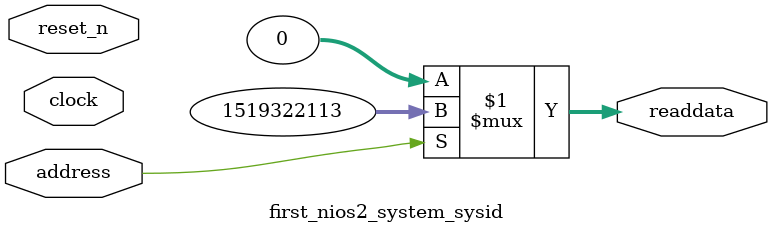
<source format=v>

`timescale 1ns / 1ps
// synthesis translate_on

// turn off superfluous verilog processor warnings 
// altera message_level Level1 
// altera message_off 10034 10035 10036 10037 10230 10240 10030 

module first_nios2_system_sysid (
               // inputs:
                address,
                clock,
                reset_n,

               // outputs:
                readdata
             )
;

  output  [ 31: 0] readdata;
  input            address;
  input            clock;
  input            reset_n;

  wire    [ 31: 0] readdata;
  //control_slave, which is an e_avalon_slave
  assign readdata = address ? 1519322113 : 0;

endmodule




</source>
